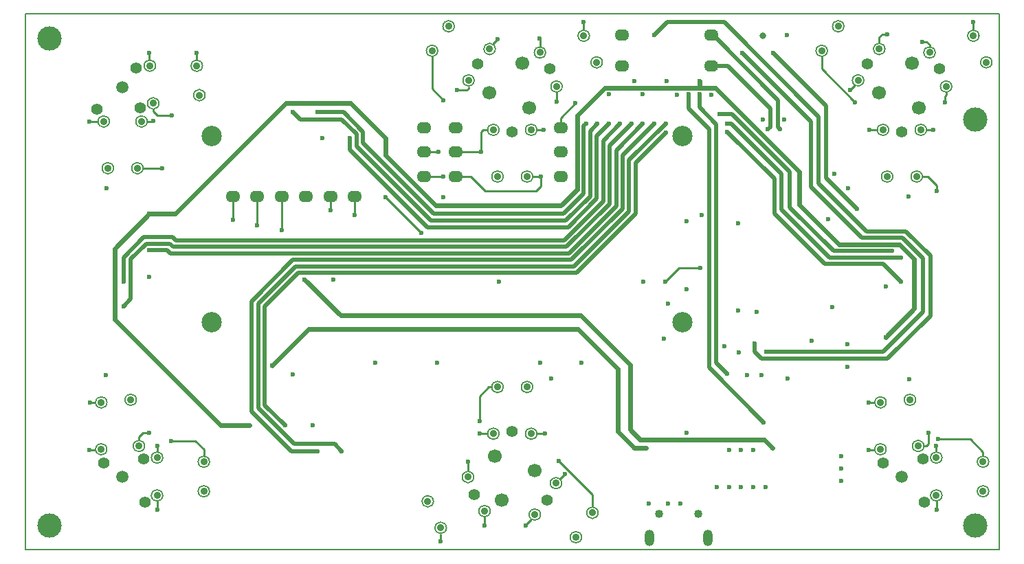
<source format=gtl>
G04*
G04 #@! TF.GenerationSoftware,Altium Limited,Altium Designer,19.0.10 (269)*
G04*
G04 Layer_Physical_Order=1*
G04 Layer_Color=255*
%FSLAX44Y44*%
%MOMM*%
G71*
G01*
G75*
%ADD14C,0.2000*%
%ADD15C,0.2000*%
%ADD16C,1.7000*%
%ADD17C,1.4000*%
%ADD19C,1.5000*%
%ADD20C,0.8000*%
%ADD21O,1.2000X2.0000*%
%ADD22C,1.0160*%
%ADD23C,2.5000*%
%ADD24C,3.0000*%
%ADD25C,0.2500*%
%ADD26C,0.5000*%
%ADD27C,0.6000*%
%ADD28C,0.8800*%
%ADD29O,1.8000X1.4000*%
%ADD30C,0.6000*%
D14*
X625200Y200310D02*
G03*
X625200Y200310I-7000J0D01*
G01*
X552470Y89330D02*
G03*
X552470Y89330I-7000J0D01*
G01*
X502960Y59510D02*
G03*
X502960Y59510I-7000J0D01*
G01*
X518920Y26790D02*
G03*
X518920Y26790I-7000J0D01*
G01*
X572900Y47450D02*
G03*
X572900Y47450I-7000J0D01*
G01*
X634840Y43110D02*
G03*
X634840Y43110I-7000J0D01*
G01*
X660900Y81750D02*
G03*
X660900Y81750I-7000J0D01*
G01*
X685430Y15150D02*
G03*
X685430Y15150I-7000J0D01*
G01*
X705780Y45320D02*
G03*
X705780Y45320I-7000J0D01*
G01*
X630300Y142730D02*
G03*
X630300Y142730I-7000J0D01*
G01*
X583700D02*
G03*
X583700Y142730I-7000J0D01*
G01*
X588800Y200310D02*
G03*
X588800Y200310I-7000J0D01*
G01*
X1097000Y184560D02*
G03*
X1097000Y184560I-7000J0D01*
G01*
X1060730Y181390D02*
G03*
X1060730Y181390I-7000J0D01*
G01*
X1060670Y123590D02*
G03*
X1060670Y123590I-7000J0D01*
G01*
X1129420Y113300D02*
G03*
X1129420Y113300I-7000J0D01*
G01*
X1187000Y108200D02*
G03*
X1187000Y108200I-7000J0D01*
G01*
Y71800D02*
G03*
X1187000Y71800I-7000J0D01*
G01*
X1129420Y66700D02*
G03*
X1129420Y66700I-7000J0D01*
G01*
X1107090Y127650D02*
G03*
X1107090Y127650I-7000J0D01*
G01*
X1068800Y459690D02*
G03*
X1068800Y459690I-7000J0D01*
G01*
X1141530Y570670D02*
G03*
X1141530Y570670I-7000J0D01*
G01*
X1191040Y600490D02*
G03*
X1191040Y600490I-7000J0D01*
G01*
X1175080Y633210D02*
G03*
X1175080Y633210I-7000J0D01*
G01*
X1121100Y612550D02*
G03*
X1121100Y612550I-7000J0D01*
G01*
X1059160Y616890D02*
G03*
X1059160Y616890I-7000J0D01*
G01*
X1008570Y644850D02*
G03*
X1008570Y644850I-7000J0D01*
G01*
X988220Y614680D02*
G03*
X988220Y614680I-7000J0D01*
G01*
X1063700Y517270D02*
G03*
X1063700Y517270I-7000J0D01*
G01*
X1033100Y578250D02*
G03*
X1033100Y578250I-7000J0D01*
G01*
X1110300Y517270D02*
G03*
X1110300Y517270I-7000J0D01*
G01*
X1105200Y459690D02*
G03*
X1105200Y459690I-7000J0D01*
G01*
X588800D02*
G03*
X588800Y459690I-7000J0D01*
G01*
X661530Y570670D02*
G03*
X661530Y570670I-7000J0D01*
G01*
X711040Y600490D02*
G03*
X711040Y600490I-7000J0D01*
G01*
X695080Y633210D02*
G03*
X695080Y633210I-7000J0D01*
G01*
X641100Y612550D02*
G03*
X641100Y612550I-7000J0D01*
G01*
X579160Y616890D02*
G03*
X579160Y616890I-7000J0D01*
G01*
X528570Y644850D02*
G03*
X528570Y644850I-7000J0D01*
G01*
X508220Y614680D02*
G03*
X508220Y614680I-7000J0D01*
G01*
X583700Y517270D02*
G03*
X583700Y517270I-7000J0D01*
G01*
X553100Y578250D02*
G03*
X553100Y578250I-7000J0D01*
G01*
X625200Y459690D02*
G03*
X625200Y459690I-7000J0D01*
G01*
X630300Y517270D02*
G03*
X630300Y517270I-7000J0D01*
G01*
X137000Y184560D02*
G03*
X137000Y184560I-7000J0D01*
G01*
X100670Y123590D02*
G03*
X100670Y123590I-7000J0D01*
G01*
X169420Y113300D02*
G03*
X169420Y113300I-7000J0D01*
G01*
X227000Y71800D02*
G03*
X227000Y71800I-7000J0D01*
G01*
X100730Y181390D02*
G03*
X100730Y181390I-7000J0D01*
G01*
X227000Y108200D02*
G03*
X227000Y108200I-7000J0D01*
G01*
X147090Y127650D02*
G03*
X147090Y127650I-7000J0D01*
G01*
X169420Y66700D02*
G03*
X169420Y66700I-7000J0D01*
G01*
X221562Y560000D02*
G03*
X221562Y560000I-7000J0D01*
G01*
X108801Y470000D02*
G03*
X108801Y470000I-7000J0D01*
G01*
X145200Y469999D02*
G03*
X145200Y469999I-7000J0D01*
G01*
X103701Y527580D02*
G03*
X103701Y527580I-7000J0D01*
G01*
X150300Y527580D02*
G03*
X150300Y527580I-7000J0D01*
G01*
X164650Y549910D02*
G03*
X164650Y549910I-7000J0D01*
G01*
X160590Y596330D02*
G03*
X160590Y596330I-7000J0D01*
G01*
X218389Y596270D02*
G03*
X218389Y596270I-7000J0D01*
G01*
X762500Y-250D02*
X767500D01*
X842500D02*
X847750D01*
X0Y0D02*
Y660000D01*
X1200000D01*
X1200000Y0D01*
X0D02*
X1200000D01*
D15*
X611200Y200310D02*
D03*
X574800D02*
D03*
X569700Y142730D02*
D03*
X616300D02*
D03*
X538470Y89330D02*
D03*
X488960Y59510D02*
D03*
X504920Y26790D02*
D03*
X558900Y47450D02*
D03*
X620840Y43110D02*
D03*
X646900Y81750D02*
D03*
X671430Y15150D02*
D03*
X691780Y45320D02*
D03*
X1090000Y177560D02*
D03*
X1053730Y174390D02*
D03*
X1100090Y120650D02*
D03*
X1053670Y116590D02*
D03*
X1122420Y106300D02*
D03*
X1180000Y101200D02*
D03*
Y64800D02*
D03*
X1122420Y59700D02*
D03*
X1068800Y459690D02*
D03*
X1105200D02*
D03*
X1110300Y517270D02*
D03*
X1063700D02*
D03*
X1141530Y570670D02*
D03*
X1191040Y600490D02*
D03*
X1175080Y633210D02*
D03*
X1121100Y612550D02*
D03*
X1059160Y616890D02*
D03*
X1033100Y578250D02*
D03*
X1008570Y644850D02*
D03*
X988220Y614680D02*
D03*
X588800Y459690D02*
D03*
X625200D02*
D03*
X630300Y517270D02*
D03*
X583700D02*
D03*
X661530Y570670D02*
D03*
X711040Y600490D02*
D03*
X695080Y633210D02*
D03*
X641100Y612550D02*
D03*
X579160Y616890D02*
D03*
X553100Y578250D02*
D03*
X528570Y644850D02*
D03*
X508220Y614680D02*
D03*
X130000Y177560D02*
D03*
X93730Y174390D02*
D03*
X140090Y120650D02*
D03*
X93670Y116590D02*
D03*
X162420Y106300D02*
D03*
X220000Y101200D02*
D03*
Y64800D02*
D03*
X162420Y59700D02*
D03*
X207561Y560001D02*
D03*
X204390Y596270D02*
D03*
X150650Y549909D02*
D03*
X146590Y596330D02*
D03*
X136299Y527579D02*
D03*
X131200Y470001D02*
D03*
X94800Y470000D02*
D03*
X89700Y527580D02*
D03*
D16*
X587310Y60620D02*
D03*
X628060Y97330D02*
D03*
X578950Y115410D02*
D03*
X1092690Y599380D02*
D03*
X1051940Y562670D02*
D03*
X1101050Y544590D02*
D03*
X612690Y599380D02*
D03*
X571940Y562670D02*
D03*
X621050Y544590D02*
D03*
D17*
X600000Y145230D02*
D03*
X553440Y67290D02*
D03*
X642950Y61030D02*
D03*
X1056560Y106370D02*
D03*
X1107580Y58180D02*
D03*
X1105960Y112070D02*
D03*
X1080000Y514770D02*
D03*
X1126560Y592710D02*
D03*
X1037050Y598970D02*
D03*
X600000Y514770D02*
D03*
X646560Y592710D02*
D03*
X557050Y598970D02*
D03*
X96560Y106370D02*
D03*
X147580Y58180D02*
D03*
X145960Y112070D02*
D03*
X136370Y593440D02*
D03*
X88180Y542422D02*
D03*
X142070Y544040D02*
D03*
D19*
X1080000Y90000D02*
D03*
X120000D02*
D03*
Y570000D02*
D03*
D20*
X909000Y633000D02*
D03*
D21*
X769000Y14250D02*
D03*
X841000D02*
D03*
D22*
X780750Y44250D02*
D03*
X829250D02*
D03*
D23*
X810000Y510000D02*
D03*
X230000Y510000D02*
D03*
X810000Y280000D02*
D03*
X230000D02*
D03*
D24*
X1170000Y30000D02*
D03*
Y530000D02*
D03*
X30000Y30000D02*
D03*
Y630000D02*
D03*
D25*
X1123000Y442000D02*
Y449100D01*
X1112100Y460000D02*
X1123000Y449100D01*
X1105660Y460000D02*
X1112100D01*
X444000Y434000D02*
X488000Y390000D01*
X491000Y460001D02*
X495000D01*
X495001Y460000D01*
X515000D01*
X491000Y490000D02*
X509000D01*
X501220Y567780D02*
Y607000D01*
Y567780D02*
X515000Y554000D01*
X546100Y568000D02*
Y570002D01*
X544100Y566000D02*
X546100Y568000D01*
X532000Y566000D02*
X544100D01*
X532000D02*
X532000Y566000D01*
X285924Y400075D02*
X286000Y400000D01*
X285924Y400075D02*
Y434843D01*
X285849Y434918D02*
X285924Y434843D01*
X561900Y490000D02*
Y514771D01*
X564399Y517270D01*
X569000D01*
X530000Y490000D02*
X561900D01*
X256000Y406000D02*
Y434845D01*
X405846Y412154D02*
X406000Y412000D01*
X375846Y418000D02*
X375927Y417919D01*
X315846Y394000D02*
Y434918D01*
X255927Y434918D02*
X256000Y434845D01*
X405846Y412154D02*
Y434919D01*
X1180000Y115410D02*
Y120161D01*
X1164161Y136000D02*
X1180000Y120161D01*
X1125000Y136000D02*
X1164161D01*
X1122000Y121272D02*
Y128000D01*
X145410Y470000D02*
X169000D01*
X169000Y470000D01*
X565900Y30000D02*
Y40000D01*
X511920Y10000D02*
Y19000D01*
X144997Y144000D02*
X153000D01*
X153000Y144000D01*
X140090Y139093D02*
X144997Y144000D01*
X140090Y135000D02*
Y139093D01*
X788440Y330000D02*
X805440Y347000D01*
X832000D01*
X660000Y532000D02*
X678000Y550000D01*
X660000Y520000D02*
Y532000D01*
X688000Y641000D02*
Y650000D01*
X1168080Y640360D02*
Y650000D01*
X1056000Y635000D02*
X1062001D01*
X1052160Y631160D02*
X1056000Y635000D01*
X1052160Y625000D02*
Y631160D01*
X981220Y592277D02*
Y607000D01*
X630720Y517000D02*
X639000D01*
X630450Y517270D02*
X630720Y517000D01*
X634100Y620000D02*
Y629900D01*
X634000Y630000D02*
X634100Y629900D01*
X655000Y552000D02*
Y562670D01*
X698780Y53000D02*
Y67723D01*
X545470Y97000D02*
Y108000D01*
X1133000Y551000D02*
Y558470D01*
X1135000Y560470D02*
Y562670D01*
X1133000Y558470D02*
X1135000Y560470D01*
X1105350Y459690D02*
X1105660Y460000D01*
X1114100Y620000D02*
Y622049D01*
X1110149Y626000D02*
X1114100Y622049D01*
X1105000Y626000D02*
X1110149D01*
X1105000Y625000D02*
Y625200D01*
Y625000D02*
X1105200Y624800D01*
X1105000Y625200D02*
Y626000D01*
Y625200D02*
X1105200Y625000D01*
X571311Y200310D02*
X574034D01*
X560000Y189000D02*
X571311Y200310D01*
X560000Y158000D02*
Y189000D01*
X1039000Y181000D02*
X1045999D01*
X1046000Y181001D01*
X1022051Y572050D02*
Y572188D01*
X1016000Y565999D02*
X1022051Y572050D01*
X1110720Y517000D02*
X1119000D01*
X1110450Y517270D02*
X1110720Y517000D01*
X665000Y93000D02*
X665000D01*
X664000Y94000D02*
X665000Y93000D01*
X659000Y87000D02*
X665000Y93000D01*
X180000Y134000D02*
X209343D01*
X163000Y535000D02*
X181000D01*
X635000Y448000D02*
Y459689D01*
X629000Y442000D02*
X635000Y448000D01*
X567000Y442000D02*
X629000D01*
X549000Y460000D02*
X567000Y442000D01*
X530000Y460000D02*
X549000D01*
X617000Y30700D02*
X623300Y37000D01*
X617000Y30000D02*
Y30700D01*
X625350Y459689D02*
X635000D01*
X625350Y459690D02*
X625350Y459689D01*
X163000Y120850D02*
Y128000D01*
X375846Y418000D02*
Y434919D01*
X211000Y604037D02*
Y612000D01*
X153000Y604053D02*
Y612000D01*
X157650Y540350D02*
Y542304D01*
X150450Y527580D02*
X157580D01*
X158000Y528000D01*
X560000Y143000D02*
X569280D01*
X79125Y527580D02*
X89000D01*
X162420Y49125D02*
Y59000D01*
X209343Y134000D02*
X220000Y123343D01*
Y115410D02*
Y123343D01*
X1107420Y127650D02*
X1109898D01*
X1113001Y130752D01*
X1122750Y49125D02*
Y59000D01*
X1113001Y130752D02*
Y144000D01*
X1039001Y123000D02*
X1046001D01*
X1122749Y49000D02*
Y49125D01*
X1122750Y49125D01*
X157650Y540350D02*
X163000Y535000D01*
X631000Y142731D02*
X639999D01*
X640000Y142730D01*
X657503Y109000D02*
X698780Y67723D01*
X576000Y623000D02*
X581800Y628800D01*
Y629000D01*
X981220Y592277D02*
X1022497Y551000D01*
X1040000Y517270D02*
X1040001Y517270D01*
X1049000D01*
X1016000Y565999D02*
Y566000D01*
X79000Y527580D02*
X79125D01*
X79125Y527580D01*
X162419Y49125D02*
X162420Y49125D01*
X162419Y49000D02*
Y49125D01*
X80000Y181000D02*
X86000D01*
X79000Y123000D02*
X86000D01*
D26*
X390000Y530000D02*
X408000Y512000D01*
X339000Y530000D02*
X390000D01*
X330000Y539000D02*
X339000Y530000D01*
X392000Y539000D02*
X416000Y515000D01*
X360000Y539000D02*
X392000D01*
X668854Y397116D02*
X704000Y432262D01*
X495884Y397116D02*
X668854D01*
X400000Y493000D02*
X495884Y397116D01*
X666024Y405244D02*
X696000Y435220D01*
X499756Y405244D02*
X666024D01*
X408000Y497000D02*
X499756Y405244D01*
X663480Y414000D02*
X688000Y438520D01*
X503000Y414000D02*
X663480D01*
X416000Y501000D02*
X503000Y414000D01*
X400000Y493000D02*
Y507000D01*
X408000Y497000D02*
Y512000D01*
X416000Y501000D02*
Y515000D01*
X831001Y544919D02*
Y561000D01*
Y544919D02*
X851500Y524420D01*
X1085000Y392000D02*
X1115000Y362000D01*
X1036500Y392000D02*
X1085000D01*
X1081000Y384000D02*
X1105960Y359040D01*
X1031000Y384000D02*
X1081000D01*
X921700Y612000D02*
X987000Y546700D01*
Y458000D02*
Y546700D01*
Y458000D02*
X1025000Y420000D01*
X910000Y157000D02*
Y157000D01*
X842650Y224350D02*
X910000Y157000D01*
X1115000Y288000D02*
Y362000D01*
X1105960Y293260D02*
Y359040D01*
X923000Y414000D02*
Y457000D01*
X865000Y515000D02*
X923000Y457000D01*
X931750Y418750D02*
Y463250D01*
X870000Y525000D02*
X931750Y463250D01*
X865000Y525000D02*
X870000D01*
X817001Y543918D02*
X842650Y518269D01*
X817001Y543918D02*
Y561000D01*
X842650Y224350D02*
Y518269D01*
X851500Y230494D02*
Y524420D01*
X855000Y537000D02*
X871000D01*
X942000Y422000D02*
Y466000D01*
X871000Y537000D02*
X942000Y466000D01*
X851500Y230494D02*
X865000Y216994D01*
X1062000Y235000D02*
X1115000Y288000D01*
X907430Y235000D02*
X1062000D01*
X1056700Y244000D02*
X1105960Y293260D01*
X913000Y244000D02*
X1056700D01*
X996000Y368000D02*
X1068250D01*
X942000Y422000D02*
X996000Y368000D01*
X899000Y243430D02*
X907430Y235000D01*
X899000Y243430D02*
Y253810D01*
X968000Y447000D02*
X1031000Y384000D01*
X977500Y451000D02*
X1036500Y392000D01*
X985000Y352000D02*
X1057000D01*
X923000Y414000D02*
X985000Y352000D01*
X990500Y360000D02*
X1079000D01*
X931750Y418750D02*
X990500Y360000D01*
X968000Y447000D02*
Y527600D01*
X977500Y451000D02*
Y533500D01*
X883600Y612000D02*
X968000Y527600D01*
X861000Y650000D02*
X977500Y533500D01*
X146000Y385000D02*
X181381D01*
X121000Y360000D02*
X146000Y385000D01*
X121000Y330000D02*
Y360000D01*
X149000Y377000D02*
X178081D01*
X130000Y358000D02*
X149000Y377000D01*
X130000Y309000D02*
Y358000D01*
X327997Y121000D02*
X360000D01*
X279000Y169997D02*
X327997Y121000D01*
X279000Y169997D02*
Y306000D01*
X331012Y129987D02*
X381012D01*
X287000Y174000D02*
X331012Y129987D01*
X287000Y174000D02*
Y303078D01*
X381012Y129987D02*
X390000Y121000D01*
X295000Y178000D02*
X320000Y153000D01*
X295000Y178000D02*
Y300000D01*
X121000Y300000D02*
X130000Y309000D01*
X181381Y385000D02*
X185380Y381000D01*
X178081Y377000D02*
X182080Y373000D01*
X153000Y369000D02*
X175077D01*
X179077Y365000D01*
X1057000Y352000D02*
X1079000Y330000D01*
X752000Y477000D02*
X789000Y514000D01*
X752000Y413911D02*
Y477000D01*
X790964Y650000D02*
X861000D01*
X775014Y634050D02*
X790964Y650000D01*
X927000Y521000D02*
X930000Y518000D01*
X915000D02*
X918000Y521000D01*
X927000D02*
Y554098D01*
X847362Y633736D02*
X927000Y554098D01*
X845362Y633736D02*
X847362D01*
X918000Y521000D02*
Y543588D01*
X865602Y595986D02*
X918000Y543588D01*
X845362Y595986D02*
X865602D01*
X679089Y341000D02*
X752000Y413911D01*
X744000Y480000D02*
X789000Y525000D01*
X744000Y416948D02*
Y480000D01*
X676052Y349000D02*
X744000Y416948D01*
X736000Y486000D02*
X775000Y525000D01*
X736000Y420262D02*
Y486000D01*
X672738Y357000D02*
X736000Y420262D01*
X728000Y492000D02*
X761000Y525000D01*
X728000Y423262D02*
Y492000D01*
X669738Y365000D02*
X728000Y423262D01*
X720000Y498000D02*
X747000Y525000D01*
X720000Y426262D02*
Y498000D01*
X666738Y373000D02*
X720000Y426262D01*
X712000Y504000D02*
X733000Y525000D01*
X712000Y429262D02*
Y504000D01*
X663738Y381000D02*
X712000Y429262D01*
X704000Y510000D02*
X719000Y525000D01*
X704000Y432262D02*
Y510000D01*
X696000Y516000D02*
X705000Y525000D01*
X696000Y435220D02*
Y516000D01*
X688000Y522000D02*
X691000Y525000D01*
X688000Y438520D02*
Y522000D01*
X179077Y365000D02*
X669738D01*
X182080Y373000D02*
X666738D01*
X185380Y381000D02*
X663738D01*
X330000Y357000D02*
X672738D01*
X279000Y306000D02*
X330000Y357000D01*
X332922Y349000D02*
X676052D01*
X287000Y303078D02*
X332922Y349000D01*
X336000Y341000D02*
X679089D01*
X295000Y300000D02*
X336000Y341000D01*
D27*
X660000Y424000D02*
X680000Y444000D01*
X506016Y424000D02*
X660000D01*
X444000Y486016D02*
X506016Y424000D01*
X444000Y486016D02*
Y507000D01*
X757000Y135750D02*
X910250D01*
X745000Y147750D02*
X757000Y135750D01*
X910250D02*
X921000Y125000D01*
X750096Y125096D02*
X765096D01*
X730000Y145191D02*
X750096Y125096D01*
X680910Y271640D02*
X730000Y222550D01*
Y145191D02*
Y222550D01*
X684596Y288404D02*
X745000Y228000D01*
Y147750D02*
Y228000D01*
X348740Y271640D02*
X680910D01*
X388596Y288404D02*
X684596Y288404D01*
X344000Y333000D02*
X388596Y288404D01*
X304100Y227000D02*
X348740Y271640D01*
X830500Y569000D02*
X850500D01*
X830500D02*
Y577002D01*
X714000Y569000D02*
X830500D01*
X680000Y535000D02*
X714000Y569000D01*
X1077000Y376000D02*
X1095000Y358000D01*
X1003000Y376000D02*
X1077000D01*
X1095000Y297000D02*
Y358000D01*
X1060000Y262000D02*
X1095000Y297000D01*
X680000Y444000D02*
Y535000D01*
X953750Y425250D02*
X1003000Y376000D01*
X953750Y425250D02*
Y465750D01*
X241000Y153000D02*
X276000D01*
X110000Y284000D02*
X241000Y153000D01*
X110000Y284000D02*
Y371000D01*
X321100Y550000D02*
X401000D01*
X185100Y414000D02*
X321100Y550000D01*
X153000Y414000D02*
X185100D01*
X401000Y550000D02*
X444000Y507000D01*
X110000Y371000D02*
X153000Y414000D01*
X850500Y569000D02*
X953750Y465750D01*
D28*
X618200Y200310D02*
D03*
X581800D02*
D03*
X576700Y142730D02*
D03*
X623300D02*
D03*
X545470Y89330D02*
D03*
X495960Y59510D02*
D03*
X511920Y26790D02*
D03*
X565900Y47450D02*
D03*
X627840Y43110D02*
D03*
X653900Y81750D02*
D03*
X678430Y15150D02*
D03*
X698780Y45320D02*
D03*
X1090000Y184560D02*
D03*
X1053730Y181390D02*
D03*
X1100090Y127650D02*
D03*
X1053670Y123590D02*
D03*
X1122420Y113300D02*
D03*
X1180000Y108200D02*
D03*
Y71800D02*
D03*
X1122420Y66700D02*
D03*
X1061800Y459690D02*
D03*
X1098200D02*
D03*
X1103300Y517270D02*
D03*
X1056700D02*
D03*
X1134530Y570670D02*
D03*
X1184040Y600490D02*
D03*
X1168080Y633210D02*
D03*
X1114100Y612550D02*
D03*
X1052160Y616890D02*
D03*
X1026100Y578250D02*
D03*
X1001570Y644850D02*
D03*
X981220Y614680D02*
D03*
X581800Y459690D02*
D03*
X618200D02*
D03*
X623300Y517270D02*
D03*
X576700D02*
D03*
X654530Y570670D02*
D03*
X704040Y600490D02*
D03*
X688080Y633210D02*
D03*
X634100Y612550D02*
D03*
X572160Y616890D02*
D03*
X546100Y578250D02*
D03*
X521570Y644850D02*
D03*
X501220Y614680D02*
D03*
X130000Y184560D02*
D03*
X93730Y181390D02*
D03*
X140090Y127650D02*
D03*
X93670Y123590D02*
D03*
X162420Y113300D02*
D03*
X220000Y108200D02*
D03*
Y71800D02*
D03*
X162420Y66700D02*
D03*
X214562Y560000D02*
D03*
X211389Y596270D02*
D03*
X157650Y549910D02*
D03*
X153590Y596330D02*
D03*
X143300Y527580D02*
D03*
X138200Y469999D02*
D03*
X101801Y470000D02*
D03*
X96701Y527580D02*
D03*
D29*
X735362Y595986D02*
D03*
Y633936D02*
D03*
X845362Y633736D02*
D03*
X660000Y520000D02*
D03*
Y460001D02*
D03*
X659700Y490000D02*
D03*
X530000Y460000D02*
D03*
Y490000D02*
D03*
Y520128D02*
D03*
X491000Y460001D02*
D03*
Y490000D02*
D03*
Y520000D02*
D03*
X375846Y434919D02*
D03*
X405846D02*
D03*
X345846Y434878D02*
D03*
X285849Y434919D02*
D03*
X315846D02*
D03*
X255927D02*
D03*
X845362Y595986D02*
D03*
D30*
X768000Y57000D02*
D03*
X488000Y390000D02*
D03*
X509000Y490000D02*
D03*
X515000Y554000D02*
D03*
Y460000D02*
D03*
X532000Y566000D02*
D03*
X561899Y490000D02*
D03*
X315846Y394000D02*
D03*
X256000Y406000D02*
D03*
X406000Y412000D02*
D03*
X375927Y417919D02*
D03*
X286000Y400000D02*
D03*
X1122000Y128000D02*
D03*
X1125000Y136000D02*
D03*
X831001Y561000D02*
D03*
X169000Y470000D02*
D03*
X566000Y30000D02*
D03*
X512000Y10000D02*
D03*
X444000Y434000D02*
D03*
X1068250Y368000D02*
D03*
X788440Y330000D02*
D03*
X787000Y260000D02*
D03*
X861000Y251000D02*
D03*
X910000Y157000D02*
D03*
X832000Y347000D02*
D03*
X879000Y243000D02*
D03*
X815140Y321000D02*
D03*
X865000Y515000D02*
D03*
Y525000D02*
D03*
X855000Y537000D02*
D03*
X1060000Y262000D02*
D03*
X678000Y550000D02*
D03*
X688000Y650000D02*
D03*
X865000Y216994D02*
D03*
X803001Y560751D02*
D03*
X817001Y561000D02*
D03*
X1013000Y253001D02*
D03*
Y225000D02*
D03*
X969000Y257140D02*
D03*
X515000Y434000D02*
D03*
X1168080Y650000D02*
D03*
X1062001Y635000D02*
D03*
X639000Y517000D02*
D03*
X634000Y630000D02*
D03*
X655000Y552000D02*
D03*
X1025000Y420000D02*
D03*
X400000Y507000D02*
D03*
X444000D02*
D03*
X153000Y414000D02*
D03*
Y336000D02*
D03*
X354000Y153000D02*
D03*
X276000D02*
D03*
X320000D02*
D03*
X366000Y507000D02*
D03*
X153000Y369000D02*
D03*
X545470Y108000D02*
D03*
X1133000Y551000D02*
D03*
X1123000Y442000D02*
D03*
X815000Y405000D02*
D03*
X789000Y514000D02*
D03*
X1105000Y626000D02*
D03*
X913000Y244000D02*
D03*
X1014000Y444920D02*
D03*
X899000Y253810D02*
D03*
X921700Y612000D02*
D03*
X775014Y634050D02*
D03*
X883600Y612000D02*
D03*
X915000Y518000D02*
D03*
X930000D02*
D03*
X750000Y577002D02*
D03*
X790000D02*
D03*
X830500D02*
D03*
X789000Y525000D02*
D03*
X775000D02*
D03*
X761000D02*
D03*
X747000D02*
D03*
X733000D02*
D03*
X719000D02*
D03*
X705000D02*
D03*
X691000D02*
D03*
X845001Y560751D02*
D03*
X761000Y561000D02*
D03*
X719000Y561000D02*
D03*
X560000Y158000D02*
D03*
X1088001Y435001D02*
D03*
X1060000Y324000D02*
D03*
X1079000Y360000D02*
D03*
Y330000D02*
D03*
X1039000Y181000D02*
D03*
X1119000Y517000D02*
D03*
X997000Y463000D02*
D03*
X994000Y299000D02*
D03*
X907000Y215270D02*
D03*
X583500Y330000D02*
D03*
X634300Y230000D02*
D03*
X431100D02*
D03*
X761300Y330000D02*
D03*
X507300Y230000D02*
D03*
X685100D02*
D03*
X833001Y412000D02*
D03*
X878000Y402500D02*
D03*
X792000Y302860D02*
D03*
X939096Y210999D02*
D03*
X814478Y144000D02*
D03*
X765000Y125000D02*
D03*
X750000D02*
D03*
X665000Y93000D02*
D03*
X180000Y134000D02*
D03*
X882000Y77000D02*
D03*
X897000D02*
D03*
X867000Y123000D02*
D03*
X897000D02*
D03*
X867000Y77000D02*
D03*
X912000D02*
D03*
X852000D02*
D03*
X882000Y123000D02*
D03*
X1005000Y85000D02*
D03*
Y115000D02*
D03*
Y100000D02*
D03*
X921000Y125000D02*
D03*
X792000Y57000D02*
D03*
X807000D02*
D03*
X889001Y215270D02*
D03*
X181000Y535000D02*
D03*
X938000Y634000D02*
D03*
X935000Y530000D02*
D03*
X100000Y445000D02*
D03*
X617000Y30000D02*
D03*
X360000Y539000D02*
D03*
X330000D02*
D03*
X360000Y121000D02*
D03*
X390000D02*
D03*
X121000Y330000D02*
D03*
Y300000D02*
D03*
X330000Y216000D02*
D03*
X304100Y227000D02*
D03*
X379919Y333000D02*
D03*
X344000D02*
D03*
X163000Y128000D02*
D03*
X211000Y612000D02*
D03*
X153000Y144000D02*
D03*
X560000Y143000D02*
D03*
X909000Y530000D02*
D03*
X901000Y292500D02*
D03*
X878000Y295000D02*
D03*
X989000Y407500D02*
D03*
X99000Y215000D02*
D03*
X648320Y211000D02*
D03*
X1089000Y210000D02*
D03*
X1039001Y123000D02*
D03*
X1122749Y49000D02*
D03*
X1113001Y144000D02*
D03*
X158000Y528000D02*
D03*
X640000Y142730D02*
D03*
X657503Y109000D02*
D03*
X581800Y629000D02*
D03*
X635000Y459689D02*
D03*
Y459690D02*
D03*
X1022497Y551000D02*
D03*
X1040000Y517270D02*
D03*
X1016000Y565999D02*
D03*
X153000Y612000D02*
D03*
X79000Y527580D02*
D03*
X162419Y49000D02*
D03*
X80000Y181000D02*
D03*
X79000Y123000D02*
D03*
M02*

</source>
